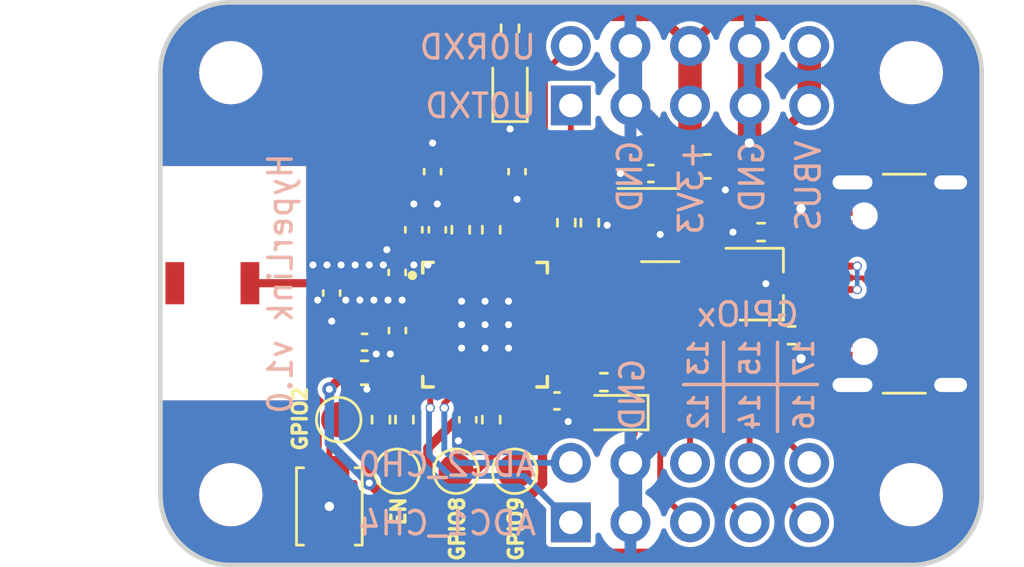
<source format=kicad_pcb>
(kicad_pcb (version 20221018) (generator pcbnew)
  (layers (0 "F.Cu" signal) (31 "B.Cu" signal) (34 "B.Paste" user) (35 "F.Paste" user) (36 "B.SilkS" user "B.Silkscreen") (37 "F.SilkS" user "F.Silkscreen") (38 "B.Mask" user) (39 "F.Mask" user) (44 "Edge.Cuts" user))
  (net 0 "")
  (net 1 "+3V3")
  (net 4 "VBUS")
  (net 5 "GND")
  (net 11 "/USB_D-")
  (net 12 "/USB_D+")
  (net 14 "/GPIO9")
  (net 15 "/GPIO2")
  (net 16 "/EN")
  (net 17 "/RF")
  (net 18 "/ANT")
  (net 19 "/GPIO8")
  (net 20 "/XTAL_P")
  (net 21 "/XTAL_N")
  (net 22 "/XTAL_P_RES")
  (net 23 "/VDD3P3")
  (net 24 "/U0RXD")
  (net 25 "/U0TXD")
  (net 26 "/GPIO12")
  (net 27 "/GPIO13")
  (net 28 "/GPIO14")
  (net 29 "/GPIO15")
  (net 30 "/GPIO16")
  (net 31 "/GPIO17")
  (net 32 "/ADC1_CH4")
  (net 33 "/ADC2_CH0")
  (net 34 "/U0TXD_RES")
  (net 35 "/CC1")
  (net 36 "/CC2")
  (net 38 "/LDO_EN")
  (net 39 "/STATUS_LED_RES")
  (net 40 "/POWER_LED_RES")
  (net 41 "/STATUS_LED")
  (footprint "Package_TO_SOT_SMD:SOT-23-5" (layer "F.Cu") (at 140.3 79.5)
    (fp_text reference "U3" hide)
    (fp_text value "MIC5504-3.3YM5" hide)
  )
  (footprint "Resistor_SMD:R_0402_1005Metric" (layer "F.Cu") (at 144.6 79.8 180)
    (fp_text reference "R7" hide)
    (fp_text value "5k1" hide)
  )
  (footprint "TestPoint:TestPoint_Pad_D1.5mm" (layer "F.Cu") (at 126.6 87.8)
    (fp_text reference "TP4" hide)
    (fp_text value "GPIO2" hide)
  )
  (footprint "MountingHole:MountingHole_2.2mm_M2" (layer "F.Cu") (at 122 73)
    (fp_text reference "H3" hide)
    (fp_text value "MountingHole" hide)
  )
  (footprint "Resistor_SMD:R_0402_1005Metric" (layer "F.Cu") (at 129.4 87.8 90)
    (fp_text reference "R4" hide)
    (fp_text value "10k" hide)
  )
  (footprint "Capacitor_SMD:C_0402_1005Metric" (layer "F.Cu") (at 135.9 87)
    (fp_text reference "C2" hide)
    (fp_text value "100n" hide)
  )
  (footprint "MountingHole:MountingHole_2.2mm_M2" (layer "F.Cu") (at 151 73)
    (fp_text reference "H2" hide)
    (fp_text value "MountingHole" hide)
  )
  (footprint "Resistor_SMD:R_0402_1005Metric" (layer "F.Cu") (at 145.9 84.2 180)
    (fp_text reference "R8" hide)
    (fp_text value "5k1" hide)
  )
  (footprint "Capacitor_SMD:C_0402_1005Metric" (layer "F.Cu") (at 130.6 77.22 90)
    (fp_text reference "C5" hide)
    (fp_text value "10pF" hide)
  )
  (footprint "Capacitor_SMD:C_0603_1608Metric" (layer "F.Cu") (at 142.3 77)
    (fp_text reference "C7" hide)
    (fp_text value "10u" hide)
  )
  (footprint "TestPoint:TestPoint_Pad_D1.5mm" (layer "F.Cu") (at 134.1 90)
    (fp_text reference "TP2" hide)
    (fp_text value "GPIO9" hide)
  )
  (footprint "Capacitor_SMD:C_0603_1608Metric" (layer "F.Cu") (at 127.7 85.8)
    (fp_text reference "C18" hide)
    (fp_text value "10u" hide)
  )
  (footprint "Capacitor_SMD:C_0402_1005Metric" (layer "F.Cu") (at 126.3 82.4 -90)
    (fp_text reference "C14" hide)
    (fp_text value "4p" hide)
  )
  (footprint "Capacitor_SMD:C_0402_1005Metric" (layer "F.Cu") (at 130.8 79.7 90)
    (fp_text reference "C4" hide)
    (fp_text value "1u" hide)
  )
  (footprint "Capacitor_SMD:C_0402_1005Metric" (layer "F.Cu") (at 129.09 81.52 90)
    (fp_text reference "C1" hide)
    (fp_text value "4.7p" hide)
  )
  (footprint "Inductor_SMD:L_0402_1005Metric" (layer "F.Cu") (at 127.7 81.95)
    (fp_text reference "L1" hide)
    (fp_text value "1.8nH" hide)
  )
  (footprint "Resistor_SMD:R_0402_1005Metric" (layer "F.Cu") (at 136.3 79.4 -90)
    (fp_text reference "R9" hide)
    (fp_text value "1k5" hide)
  )
  (footprint "Capacitor_SMD:C_0402_1005Metric" (layer "F.Cu") (at 134.2 77.22 -90)
    (fp_text reference "C6" hide)
    (fp_text value "10pF" hide)
  )
  (footprint "Inductor_SMD:L_0402_1005Metric" (layer "F.Cu") (at 127.7 83.5)
    (fp_text reference "L2" hide)
    (fp_text value "2n" hide)
  )
  (footprint "TestPoint:TestPoint_Pad_D1.5mm" (layer "F.Cu") (at 131.6 90)
    (fp_text reference "TP3" hide)
    (fp_text value "GPIO8" hide)
  )
  (footprint "Resistor_SMD:R_0402_1005Metric" (layer "F.Cu") (at 137.3 79.4 90)
    (fp_text reference "R10" hide)
    (fp_text value "10k" hide)
  )
  (footprint "Connector_USB:USB_C_Receptacle_GCT_USB4105-xx-A_16P_TopMnt_Horizontal" (layer "F.Cu") (at 151.6 82 90)
    (fp_text reference "J1" hide)
    (fp_text value "USB_C_Receptacle_USB2.0" hide)
  )
  (footprint "Capacitor_SMD:C_0402_1005Metric" (layer "F.Cu") (at 129.1 84 -90)
    (fp_text reference "C15" hide)
    (fp_text value "100n" hide)
  )
  (footprint "MountingHole:MountingHole_2.2mm_M2" (layer "F.Cu") (at 151 91)
    (fp_text reference "H1" hide)
    (fp_text value "MountingHole" hide)
  )
  (footprint "Connector_PinHeader_2.54mm:PinHeader_2x05_P2.54mm_Vertical" (layer "F.Cu") (at 136.49 92.18 90)
    (fp_text reference "J2" hide)
    (fp_text value "Conn_02x05_Odd_Even" hide)
  )
  (footprint "Connector_PinHeader_2.54mm:PinHeader_2x05_P2.54mm_Vertical" (layer "F.Cu") (at 136.49 74.4 90)
    (fp_text reference "J3" hide)
    (fp_text value "Conn_02x05_Odd_Even" hide)
  )
  (footprint "Resistor_SMD:R_0402_1005Metric" (layer "F.Cu") (at 137.9 86.2 180)
    (fp_text reference "R11" hide)
    (fp_text value "1k" hide)
  )
  (footprint "Capacitor_SMD:C_0402_1005Metric" (layer "F.Cu") (at 129.8 79.7 90)
    (fp_text reference "C3" hide)
    (fp_text value "10n" hide)
  )
  (footprint "Resistor_SMD:R_0402_1005Metric" (layer "F.Cu") (at 133.1 87.8 90)
    (fp_text reference "R2" hide)
    (fp_text value "10k" hide)
  )
  (footprint "Capacitor_SMD:C_0402_1005Metric" (layer "F.Cu") (at 139.9 77.3 180)
    (fp_text reference "C12" hide)
    (fp_text value "1u" hide)
  )
  (footprint "Resistor_SMD:R_0402_1005Metric" (layer "F.Cu") (at 128.4 87.8 90)
    (fp_text reference "R3" hide)
    (fp_text value "10k" hide)
  )
  (footprint "Resistor_SMD:R_0402_1005Metric" (layer "F.Cu") (at 131.8 79.7 -90)
    (fp_text reference "R6" hide)
    (fp_text value "0R" hide)
  )
  (footprint "Resistor_SMD:R_0402_1005Metric" (layer "F.Cu") (at 133.9 71.11 -90)
    (fp_text reference "R12" hide)
    (fp_text value "1k" hide)
  )
  (footprint "encyclopedia_galactica:ABM11W-30.0000MHZ-7-D1X-T3" (layer "F.Cu") (at 132.400001 77.4 180)
    (fp_text reference "Y1" hide)
    (fp_text value "ABM11W-40.0000MHZ-8-B1U-T3" hide)
  )
  (footprint "Capacitor_SMD:C_0402_1005Metric" (layer "F.Cu") (at 132.1 87.8 -90)
    (fp_text reference "C17" hide)
    (fp_text value "100n" hide)
  )
  (footprint "LED_SMD:LED_0603_1608Metric" (layer "F.Cu") (at 133.9 73.6 90)
    (fp_text reference "D2" hide)
    (fp_text value "LED" hide)
  )
  (footprint "MountingHole:MountingHole_2.2mm_M2" (layer "F.Cu") (at 122 91)
    (fp_text reference "H4" hide)
    (fp_text value "MountingHole" hide)
  )
  (footprint "Package_TO_SOT_SMD:TSOT-23" (layer "F.Cu") (at 144.6 82)
    (fp_text reference "U2" hide)
    (fp_text value "PESD2USB5UXT" hide)
  )
  (footprint "LED_SMD:LED_0603_1608Metric" (layer "F.Cu") (at 138.3 87.5 180)
    (fp_text reference "D1" hide)
    (fp_text value "LED" hide)
  )
  (footprint "encyclopedia_galactica:QFN32_5X5_EXP" (layer "F.Cu") (at 132.834851 83.7487)
    (fp_text reference "U1" hide)
    (fp_text value "ESP32-C3" hide)
  )
  (footprint "Capacitor_SMD:C_0402_1005Metric" (layer "F.Cu") (at 127.7 84.5)
    (fp_text reference "C16" hide)
    (fp_text value "100n" hide)
  )
  (footprint "TestPoint:TestPoint_Pad_D1.5mm" (layer "F.Cu") (at 129.1 90)
    (fp_text reference "TP1" hide)
    (fp_text value "EN" hide)
  )
  (footprint "Button_Switch_SMD:SW_SPST_B3U-1000P" (layer "F.Cu") (at 126.2 91.5 90)
    (fp_text reference "SW1" hide)
    (fp_text value "SW_Push" hide)
  )
  (footprint "encyclopedia_galactica:2108838-1" (layer "F.Cu") (at 118.715 81.98)
    (fp_text reference "AE1" hide)
    (fp_text value "2108838-1" hide)
  )
  (footprint "Resistor_SMD:R_0402_1005Metric" (layer "F.Cu") (at 133.1 79.7 -90)
    (fp_text reference "R5" hide)
    (fp_text value "500R" hide)
  )
  (gr_line (start 143 84.5) (end 143 88.3) (stroke (width 0.15)) (layer "B.SilkS"))
  (gr_line (start 145.3 84.5) (end 145.3 88.3) (stroke (width 0.15)) (layer "B.SilkS"))
  (gr_line (start 141.3 86.3) (end 147 86.3) (stroke (width 0.15)) (layer "B.SilkS"))
  (gr_line locked (start 122.000001 94) (end 151 94) (stroke (width 0.2)) (layer "Edge.Cuts"))
  (gr_arc locked (start 154.000002 91.000001) (mid 153.121322 93.121321) (end 151.000002 94.000001) (stroke (width 0.2)) (layer "Edge.Cuts"))
  (gr_line locked (start 119.000001 72.999999) (end 119 91) (stroke (width 0.2)) (layer "Edge.Cuts"))
  (gr_arc locked (start 151.000002 69.999999) (mid 153.121321 70.878679) (end 154.000002 72.999999) (stroke (width 0.2)) (layer "Edge.Cuts"))
  (gr_arc locked (start 122 94.000001) (mid 119.878673 93.121322) (end 119 91.000001) (stroke (width 0.2)) (layer "Edge.Cuts"))
  (gr_line locked (start 154.000003 73) (end 154.000002 91.000001) (stroke (width 0.2)) (layer "Edge.Cuts"))
  (gr_arc locked (start 119.000001 73) (mid 119.878674 70.878667) (end 122.000001 70) (stroke (width 0.2)) (layer "Edge.Cuts"))
  (gr_line locked (start 122.000001 70) (end 151 70) (stroke (width 0.2)) (layer "Edge.Cuts"))
  (gr_text "ADC1_CH4" (at 135.1 92.8) (layer "B.SilkS") (effects (font (size 1 1)) (justify left bottom mirror)))
  (gr_text "GND" (at 139.6 75.8 90) (layer "B.SilkS") (effects (font (size 1 1)) (justify left bottom mirror)))
  (gr_text "12" (at 142.4 86.6 90) (layer "B.SilkS") (effects (font (size 0.8 0.8)) (justify left bottom mirror)))
  (gr_text "GPIOx" (at 146.3 83.9) (layer "B.SilkS") (effects (font (size 1 1)) (justify left bottom mirror)))
  (gr_text "HyperLink v1.0" (at 124.7 76.35 90) (layer "B.SilkS") (effects (font (size 1 1)) (justify left bottom mirror)))
  (gr_text "17" (at 146.9 84.3 90) (layer "B.SilkS") (effects (font (size 0.8 0.8)) (justify left bottom mirror)))
  (gr_text "15" (at 144.6 84.3 90) (layer "B.SilkS") (effects (font (size 0.8 0.8)) (justify left bottom mirror)))
  (gr_text "13" (at 142.4 84.3 90) (layer "B.SilkS") (effects (font (size 0.8 0.8)) (justify left bottom mirror)))
  (gr_text "U0TXD" (at 135.1 75) (layer "B.SilkS") (effects (font (size 1 1)) (justify left bottom mirror)))
  (gr_text "16" (at 146.9 86.6 90) (layer "B.SilkS") (effects (font (size 0.8 0.8)) (justify left bottom mirror)))
  (gr_text "VBUS" (at 147.2 75.8 90) (layer "B.SilkS") (effects (font (size 1 1)) (justify left bottom mirror)))
  (gr_text "+3V3" (at 142.2 75.8 90) (layer "B.SilkS") (effects (font (size 1 1)) (justify left bottom mirror)))
  (gr_text "ADC2_CH0" (at 135.1 90.3) (layer "B.SilkS") (effects (font (size 1 1)) (justify left bottom mirror)))
  (gr_text "U0RXD" (at 135.1 72.5) (layer "B.SilkS") (effects (font (size 1 1)) (justify left bottom mirror)))
  (gr_text "GND" (at 139.7 85.1 90) (layer "B.SilkS") (effects (font (size 1 1)) (justify left bottom mirror)))
  (gr_text "14" (at 144.6 86.6 90) (layer "B.SilkS") (effects (font (size 0.8 0.8)) (justify left bottom mirror)))
  (gr_text "GND" (at 144.8 75.8 90) (layer "B.SilkS") (effects (font (size 1 1)) (justify left bottom mirror)))
  (gr_text "GPIO9" (at 134.5 93.9 90) (layer "F.SilkS") (effects (font (size 0.6 0.6)) (justify left bottom)))
  (gr_text "GPIO2" (at 125.3 89.2 90) (layer "F.SilkS") (effects (font (size 0.6 0.6)) (justify left bottom)))
  (gr_text "GPIO8" (at 132 93.9 90) (layer "F.SilkS") (effects (font (size 0.6 0.6)) (justify left bottom)))
  (gr_text "EN" (at 129.5 92.4 90) (layer "F.SilkS") (effects (font (size 0.6 0.6)) (justify left bottom)))
  (segment (start 132.11 87.32) (end 132.1 87.32) (width 0.4) (layer "F.Cu") (net 1))
  (segment (start 142.83 70.6) (end 147.325 70.6) (width 0.4) (layer "F.Cu") (net 1))
  (segment (start 132.08485 86.1974) (end 132.08485 87.30485) (width 0.4) (layer "F.Cu") (net 1))
  (segment (start 135.283551 90.516449) (end 133.878 91.922) (width 0.4) (layer "F.Cu") (net 1))
  (segment (start 126.9 85.8) (end 126.925 85.8) (width 0.4) (layer "F.Cu") (net 1))
  (segment (start 130.4 89.009562) (end 130.4 91.2) (width 0.4) (layer "F.Cu") (net 1))
  (segment (start 141.57 78.35) (end 141.4375 78.35) (width 1) (layer "F.Cu") (net 1))
  (segment (start 130.8 80.515149) (end 130.8 80.18) (width 0.4) (layer "F.Cu") (net 1))
  (segment (start 126.2 86.5) (end 126.9 85.8) (width 0.4) (layer "F.Cu") (net 1))
  (segment (start 127.22 84.5) (end 127.22 85.505) (width 0.4) (layer "F.Cu") (net 1))
  (segment (start 132.2 70.6) (end 128.963 73.837) (width 0.4) (layer "F.Cu") (net 1))
  (segment (start 141.57 74.4) (end 141.57 71.86) (width 1) (layer "F.Cu") (net 1))
  (segment (start 141.57 71.86) (end 140.31 70.6) (width 0.4) (layer "F.Cu") (net 1))
  (segment (start 141.57 74.4) (end 141.57 78.35) (width 1) (layer "F.Cu") (net 1))
  (segment (start 127.22 85.505) (end 126.925 85.8) (width 0.4) (layer "F.Cu") (net 1))
  (segment (start 147.325 70.6) (end 148.2 71.475) (width 0.4) (layer "F.Cu") (net 1))
  (segment (start 148.2 92.5) (end 147.2 93.5) (width 0.4) (layer "F.Cu") (net 1))
  (segment (start 135.283551 85.498699) (end 135.283551 90.516449) (width 0.4) (layer "F.Cu") (net 1))
  (segment (start 148.2 71.475) (end 148.2 75.2) (width 0.4) (layer "F.Cu") (net 1))
  (segment (start 131.084852 81.3) (end 131.1 81.3) (width 0.4) (layer "F.Cu") (net 1))
  (segment (start 127.9 90.5) (end 127.9 88.81) (width 0.4) (layer "F.Cu") (net 1))
  (segment (start 147.2 93.5) (end 135.456 93.5) (width 0.4) (layer "F.Cu") (net 1))
  (segment (start 127.9 90.5) (end 128.6 91.2) (width 0.4) (layer "F.Cu") (net 1))
  (segment (start 133.878 91.922) (end 133.156 91.2) (width 0.4) (layer "F.Cu") (net 1))
  (segment (start 141.57 71.86) (end 142.83 70.6) (width 0.4) (layer "F.Cu") (net 1))
  (segment (start 151.7 78.7) (end 151.7 85.3) (width 0.4) (layer "F.Cu") (net 1))
  (segment (start 128.963 73.837) (end 128.963 79.614471) (width 0.4) (layer "F.Cu") (net 1))
  (segment (start 131.1 81.3) (end 131.342425 81.057575) (width 0.4) (layer "F.Cu") (net 1))
  (segment (start 151.7 85.3) (end 148.2 88.8) (width 0.4) (layer "F.Cu") (net 1))
  (segment (start 128.6 91.2) (end 130.4 91.2) (width 0.4) (layer "F.Cu") (net 1))
  (segment (start 131.342425 81.057575) (end 130.8 80.515149) (width 0.4) (layer "F.Cu") (net 1))
  (segment (start 138.513288 76.5) (end 141.47 76.5) (width 0.4) (layer "F.Cu") (net 1))
  (segment (start 133.156 91.2) (end 130.4 91.2) (width 0.4) (layer "F.Cu") (net 1))
  (segment (start 130.8 80.18) (end 129.8 80.18) (width 0.4) (layer "F.Cu") (net 1))
  (segment (start 129.4 88.31) (end 128.4 88.31) (width 0.4) (layer "F.Cu") (net 1))
  (segment (start 136.3 78.713288) (end 138.513288 76.5) (width 0.4) (layer "F.Cu") (net 1))
  (segment (start 127.215 84.495) (end 127.22 84.5) (width 0.4) (layer "F.Cu") (net 1))
  (segment (start 133.1 88.31) (end 132.11 87.32) (width 0.4) (layer "F.Cu") (net 1))
  (segment (start 132.1 87.32) (end 132.089562 87.32) (width 0.4) (layer "F.Cu") (net 1))
  (segment (start 129.528529 80.18) (end 129.8 80.18) (width 0.4) (layer "F.Cu") (net 1))
  (segment (start 140.31 70.6) (end 132.2 70.6) (width 0.4) (layer "F.Cu") (net 1))
  (segment (start 136.3 78.89) (end 136.3 78.713288) (width 0.4) (layer "F.Cu") (net 1))
  (segment (start 135.456 93.5) (end 133.878 91.922) (width 0.4) (layer "F.Cu") (net 1))
  (segment (start 128.963 79.614471) (end 129.528529 80.18) (width 0.4) (layer "F.Cu") (net 1))
  (segment (start 127.9 88.81) (end 128.4 88.31) (width 0.4) (layer "F.Cu") (net 1))
  (segment (start 148.2 75.2) (end 151.7 78.7) (width 0.4) (layer "F.Cu") (net 1))
  (segment (start 148.2 88.8) (end 148.2 92.5) (width 0.4) (layer "F.Cu") (net 1))
  (segment (start 127.215 83.5) (end 127.215 84.495) (width 0.4) (layer "F.Cu") (net 1))
  (segment (start 131.584851 81.3) (end 131.342425 81.057575) (width 0.4) (layer "F.Cu") (net 1))
  (segment (start 132.089562 87.32) (end 130.4 89.009562) (width 0.4) (layer "F.Cu") (net 1))
  (segment (start 132.08485 87.30485) (end 132.1 87.32) (width 0.4) (layer "F.Cu") (net 1))
  (via (at 126.2 86.5) (size 0.6) (drill 0.3) (layers "F.Cu" "B.Cu") (net 1))
  (via (at 127.9 90.5) (size 0.6) (drill 0.3) (layers "F.Cu" "B.Cu") (net 1))
  (segment (start 127.9 90.5) (end 126.2 88.8) (width 0.4) (layer "B.Cu") (net 1))
  (segment (start 126.2 88.8) (end 126.2 86.5) (width 0.4) (layer "B.Cu") (net 1))
  (segment (start 147.92 84.4) (end 148.42434 84.4) (width 0.35) (layer "F.Cu") (net 4))
  (segment (start 149.597 80.77266) (end 148.42434 79.6) (width 0.35) (layer "F.Cu") (net 4))
  (segment (start 148.42434 84.4) (end 149.597 83.22734) (width 0.35) (layer "F.Cu") (net 4))
  (segment (start 145.452 75.598) (end 145.452 79.152) (width 0.4) (layer "F.Cu") (net 4))
  (segment (start 145.9 79.6) (end 145.452 79.152) (width 0.35) (layer "F.Cu") (net 4))
  (segment (start 140.132112 78.55) (end 139.1625 78.55) (width 0.35) (layer "F.Cu") (net 4))
  (segment (start 147.92 79.6) (end 145.9 79.6) (width 0.35) (layer "F.Cu") (net 4))
  (segment (start 149.597 83.22734) (end 149.597 80.77266) (width 0.35) (layer "F.Cu") (net 4))
  (segment (start 148.42434 79.6) (end 147.92 79.6) (width 0.35) (layer "F.Cu") (net 4))
  (segment (start 137.64 78.55) (end 139.1625 78.55) (width 0.25) (layer "F.Cu") (net 4))
  (segment (start 146.65 71.86) (end 146.65 74.4) (width 1) (layer "F.Cu") (net 4))
  (segment (start 137.3 78.89) (end 137.64 78.55) (width 0.25) (layer "F.Cu") (net 4))
  (segment (start 145.452 79.152) (end 140.734112 79.152) (width 0.35) (layer "F.Cu") (net 4))
  (segment (start 140.734112 79.152) (end 140.132112 78.55) (width 0.35) (layer "F.Cu") (net 4))
  (segment (start 140.38 77.3) (end 140.38 78.302112) (width 0.35) (layer "F.Cu") (net 4))
  (segment (start 140.38 78.302112) (end 140.132112 78.55) (width 0.35) (layer "F.Cu") (net 4))
  (segment (start 146.65 74.4) (end 145.452 75.598) (width 0.4) (layer "F.Cu") (net 4))
  (segment (start 147.92 78.8) (end 147.92 78.255) (width 0.4) (layer "F.Cu") (net 5))
  (segment (start 147.92 85.745) (end 148.495 86.32) (width 0.35) (layer "F.Cu") (net 5))
  (segment (start 147.92 85.2) (end 147.92 85.745) (width 0.35) (layer "F.Cu") (net 5))
  (segment (start 128.65 80.55) (end 129.09 80.99) (width 0.4) (layer "F.Cu") (net 5))
  (segment (start 133.9 74.3875) (end 133.9 75.4) (width 0.4) (layer "F.Cu") (net 5))
  (segment (start 139.42 77.3) (end 138.6 77.3) (width 0.4) (layer "F.Cu") (net 5))
  (segment (start 130.8 79.22) (end 130.8 78.6) (width 0.4) (layer "F.Cu") (net 5))
  (segment (start 129.09 80.99) (end 129.09 81.04) (width 0.4) (layer "F.Cu") (net 5))
  (segment (start 131.7 88.7) (end 132.1 88.3) (width 0.4) (layer "F.Cu") (net 5))
  (segment (start 128.2 84.52) (end 128.18 84.5) (width 0.4) (layer "F.Cu") (net 5))
  (segment (start 144.11 74.4) (end 144.11 71.86) (width 1) (layer "F.Cu") (net 5))
  (segment (start 131.590001 76.74) (end 131.763001 76.913) (width 0.2) (layer "F.Cu") (net 5))
  (segment (start 146.3 85.2) (end 147.92 85.2) (width 0.35) (layer "F.Cu") (net 5))
  (segment (start 145.91 82) (end 144.8 82) (width 0.4) (layer "F.Cu") (net 5))
  (segment (start 130.6 76.74) (end 131.590001 76.74) (width 0.2) (layer "F.Cu") (net 5))
  (segment (start 143.075 78) (end 143.075 77) (width 0.4) (layer "F.Cu") (net 5))
  (segment (start 145.39 84.29) (end 146.3 85.2) (width 0.4) (layer "F.Cu") (net 5))
  (segment (start 129.8 79.22) (end 129.8 78.6) (width 0.4) (layer "F.Cu") (net 5))
  (segment (start 126.2 93.2) (end 126.2 91.5) (width 0.4) (layer "F.Cu") (net 5))
  (segment (start 128.2 85) (end 128.2 84.52) (width 0.4) (layer "F.Cu") (net 5))
  (segment (start 143.4 79.8) (end 144.09 79.8) (width 0.4) (layer "F.Cu") (net 5))
  (segment (start 139.0875 87.5) (end 139.0875 89.5825) (width 0.4) (layer "F.Cu") (net 5))
  (segment (start 138.046557 79.5) (end 139.1625 79.5) (width 0.4) (layer "F.Cu") (net 5))
  (segment (start 146.3 78.8) (end 147.92 78.8) (width 0.4) (layer "F.Cu") (net 5))
  (segment (start 145.39 84.2) (end 145.39 84.29) (width 0.4) (layer "F.Cu") (net 5))
  (segment (start 133.224001 77.7) (end 133.037001 77.887) (width 0.2) (layer "F.Cu") (net 5))
  (segment (start 139.0875 89.5825) (end 139.03 89.64) (width 0.4) (layer "F.Cu") (net 5))
  (segment (start 139.9 79.5) (end 139.1625 79.5) (width 0.4) (layer "F.Cu") (net 5))
  (segment (start 128.475 85.825) (end 128.475 85.8) (width 0.4) (layer "F.Cu") (net 5))
  (segment (start 134.2 78.4) (end 134.2 77.7) (width 0.4) (layer "F.Cu") (net 5))
  (segment (start 140.3 79.9) (end 139.9 79.5) (width 0.4) (layer "F.Cu") (net 5))
  (segment (start 136.38 87.88) (end 136.38 87) (width 0.4) (layer "F.Cu") (net 5))
  (segment (start 130.6 76) (end 130.6 76.7) (width 0.4) (layer "F.Cu") (net 5))
  (segment (start 126.3 82.88) (end 126.3 83.6) (width 0.4) (layer "F.Cu") (net 5))
  (segment (start 127.8 86.5) (end 128.475 85.825) (width 0.4) (layer "F.Cu") (net 5))
  (segment (start 147.92 78.255) (end 148.495 77.68) (width 0.4) (layer "F.Cu") (net 5))
  (segment (start 134.2 77.7) (end 133.224001 77.7) (width 0.2) (layer "F.Cu") (net 5))
  (segment (start 138.040639 79.505918) (end 138.046557 79.5) (width 0.4) (layer "F.Cu") (net 5))
  (segment (start 144.11 74.4) (end 144.11 75.99) (width 1) (layer "F.Cu") (net 5))
  (segment (start 128.799503 85) (end 128.799503 84.780497) (width 0.4) (layer "F.Cu") (net 5))
  (segment (start 128.799503 84.780497) (end 129.1 84.48) (width 0.4) (layer "F.Cu") (net 5))
  (segment (start 132.1 88.3) (end 132.1 88.28) (width 0.4) (layer "F.Cu") (net 5))
  (segment (start 144.11 75.99) (end 144.1 76) (width 1) (layer "F.Cu") (net 5))
  (via (at 130.4 81.2) (size 0.4) (drill 0.3) (layers "F.Cu" "B.Cu") (net 5))
  (via (at 128.65 80.55) (size 0.4) (drill 0.3) (layers "F.Cu" "B.Cu") (net 5))
  (via (at 126.9 82.7) (size 0.4) (drill 0.3) (layers "F.Cu" "B.Cu") (net 5))
  (via (at 138.6 77.3) (size 0.6) (drill 0.3) (layers "F.Cu" "B.Cu") (net 5))
  (via (at 129.8 81.2) (size 0.4) (drill 0.3) (layers "F.Cu" "B.Cu") (net 5))
  (via (at 133.9 75.4) (size 0.6) (drill 0.3) (layers "F.Cu" "B.Cu") (net 5))
  (via (at 128.1 82.7) (size 0.4) (drill 0.3) (layers "F.Cu" "B.Cu") (net 5))
  (via (at 146.3 78.8) (size 0.9) (drill 0.4) (layers "F.Cu" "B.Cu") (net 5))
  (via (at 133.834851 84.7487) (size 0.4) (drill 0.3) (layers "F.Cu" "B.Cu") (net 5))
  (via (at 126.7 81.2) (size 0.4) (drill 0.3) (layers "F.Cu" "B.Cu") (net 5))
  (via (at 134.2 78.4) (size 0.4) (drill 0.3) (layers "F.Cu" "B.Cu") (net 5))
  (via (at 132.834851 83.7487) (size 0.4) (drill 0.3) (layers "F.Cu" "B.Cu") (net 5))
  (via (at 131.834851 84.7487) (size 0.4) (drill 0.3) (layers "F.Cu" "B.Cu") (net 5))
  (via (at 127.5 82.7) (size 0.4) (drill 0.3) (layers "F.Cu" "B.Cu") (net 5))
  (via (at 136.38 87.88) (size 0.6) (drill 0.3) (layers "F.Cu" "B.Cu") (net 5))
  (via (at 143.075 78) (size 0.6) (drill 0.3) (layers "F.Cu" "B.Cu") (net 5))
  (via (at 138.040639 79.505918) (size 0.6) (drill 0.3) (layers "F.Cu" "B.Cu") (net 5))
  (via (at 131.834851 83.7487) (size 0.4) (drill 0.3) (layers "F.Cu" "B.Cu") (net 5))
  (via (at 144.8 82) (size 0.6) (drill 0.3) (layers "F.Cu" "B.Cu") (net 5))
  (via (at 132.834851 82.7487) (size 0.4) (drill 0.3) (layers "F.Cu" "B.Cu") (net 5))
  (via (at 130.6 76) (size 0.4) (drill 0.3) (layers "F.Cu" "B.Cu") (net 5))
  (via (at 126.2 91.5) (size 0.9) (drill 0.4) (layers "F.Cu" "B.Cu") (net 5))
  (via (at 128.799503 85) (size 0.4) (drill 0.3) (layers "F.Cu" "B.Cu") (net 5))
  (via (at 143.4 79.8) (size 0.6) (drill 0.3) (layers "F.Cu" "B.Cu") (net 5))
  (via (at 133.834851 83.7487) (size 0.4) (drill 0.3) (layers "F.Cu" "B.Cu") (net 5))
  (via (at 131.834851 82.7487) (size 0.4) (drill 0.3) (layers "F.Cu" "B.Cu") (net 5))
  (via (at 127.3 81.2) (size 0.4) (drill 0.3) (layers "F.Cu" "B.Cu") (net 5))
  (via (at 128.7 82.7) (size 0.4) (drill 0.3) (layers "F.Cu" "B.Cu") (net 5))
  (via (at 129.8 78.6) (size 0.4) (drill 0.3) (layers "F.Cu" "B.Cu") (net 5))
  (via (at 132.834851 84.7487) (size 0.4) (drill 0.3) (layers "F.Cu" "B.Cu") (net 5))
  (via (at 126.3 83.6) (size 0.4) (drill 0.3) (layers "F.Cu" "B.Cu") (net 5))
  (via (at 130.8 78.6) (size 0.4) (drill 0.3) (layers "F.Cu" "B.Cu") (net 5))
  (via (at 146.3 85.2) (size 0.9) (drill 0.4) (layers "F.Cu" "B.Cu") (net 5))
  (via (at 125.7 82.7) (size 0.4) (drill 0.3) (layers "F.Cu" "B.Cu") (net 5))
  (via (at 140.3 79.9) (size 0.6) (drill 0.3) (layers "F.Cu" "B.Cu") (net 5))
  (via (at 128.2 85) (size 0.4) (drill 0.3) (layers "F.Cu" "B.Cu") (net 5))
  (via (at 129.3 82.7) (size 0.4) (drill 0.3) (layers "F.Cu" "B.Cu") (net 5))
  (via (at 126.099503 81.2) (size 0.4) (drill 0.3) (layers "F.Cu" "B.Cu") (net 5))
  (via (at 144.1 76) (size 0.9) (drill 0.4) (layers "F.Cu" "B.Cu") (net 5))
  (via (at 133.834851 82.7487) (size 0.4) (drill 0.3) (layers "F.Cu" "B.Cu") (net 5))
  (via (at 125.5 81.2) (size 0.4) (drill 0.3) (layers "F.Cu" "B.Cu") (net 5))
  (via (at 131.7 88.7) (size 0.4) (drill 0.3) (layers "F.Cu" "B.Cu") (net 5))
  (via (at 127.9 81.2) (size 0.4) (drill 0.3) (layers "F.Cu" "B.Cu") (net 5))
  (via (at 128.5 81.2) (size 0.4) (drill 0.3) (layers "F.Cu" "B.Cu") (net 5))
  (via (at 127.8 86.5) (size 0.6) (drill 0.3) (layers "F.Cu" "B.Cu") (net 5))
  (segment (start 143.43 78.8) (end 146.3 78.8) (width 1) (layer "B.Cu") (net 5))
  (segment (start 139.03 92.18) (end 139.03 89.64) (width 1) (layer "B.Cu") (net 5))
  (segment (start 139.03 74.4) (end 139.03 71.86) (width 1) (layer "B.Cu") (net 5))
  (segment (start 143.47 85.2) (end 139.03 89.64) (width 1) (layer "B.Cu") (net 5))
  (segment (start 139.03 74.4) (end 143.43 78.8) (width 1) (layer "B.Cu") (net 5))
  (segment (start 146.3 85.2) (end 143.47 85.2) (width 1) (layer "B.Cu") (net 5))
  (segment (start 151 84.099999) (end 150.9 83.999999) (width 0.4) (layer "B.Cu") (net 5))
  (segment (start 134.58485 81.01515) (end 134.58485 81.3) (width 0.25) (layer "F.Cu") (net 11))
  (segment (start 147.095 82.25) (end 146.768 82.577) (width 0.25) (layer "F.Cu") (net 11))
  (segment (start 134.723 80.877) (end 134.58485 81.01515) (width 0.25) (layer "F.Cu") (net 11))
  (segment (start 143.29 82.95) (end 143.29 82.187) (width 0.2) (layer "F.Cu") (net 11))
  (segment (start 147.92 82.25) (end 147.095 82.25) (width 0.25) (layer "F.Cu") (net 11))
  (segment (start 144.177 82.177) (end 138.500684 82.177) (width 0.25) (layer "F.Cu") (net 11))
  (segment (start 146.768 82.577) (end 144.577 82.577) (width 0.25) (layer "F.Cu") (net 11))
  (segment (start 148.695 81.25) (end 147.92 81.25) (width 0.25) (layer "F.Cu") (net 11))
  (segment (start 137.200684 80.877) (end 134.723 80.877) (width 0.25) (layer "F.Cu") (net 11))
  (segment (start 138.500684 82.177) (end 137.200684 80.877) (width 0.25) (layer "F.Cu") (net 11))
  (segment (start 144.577 82.577) (end 144.177 82.177) (width 0.25) (layer "F.Cu") (net 11))
  (segment (start 148.695 82.25) (end 147.92 82.25) (width 0.25) (layer "F.Cu") (net 11))
  (via (at 148.695 81.25) (size 0.4) (drill 0.3) (layers "F.Cu" "B.Cu") (net 11))
  (via (at 148.695 82.25) (size 0.4) (drill 0.3) (layers "F.Cu" "B.Cu") (net 11))
  (segment (start 148.695 82.25) (end 148.695 81.25) (width 0.2) (layer "B.Cu") (net 11))
  (segment (start 149.195 82.02) (end 149.195 82.52) (width 0.2) (layer "F.Cu") (net 12))
  (segment (start 147.92 81.75) (end 147.095 81.75) (width 0.25) (layer "F.Cu") (net 12))
  (segment (start 147.92 81.75) (end 147.872999 81.797001) (width 0.2) (layer "F.Cu") (net 12))
  (segment (start 148.965 82.75) (end 147.92 82.75) (width 0.2) (layer "F.Cu") (net 12))
  (segment (start 148.925 81.75) (end 149.195 82.02) (width 0.2) (layer "F.Cu") (net 12))
  (segment (start 144.2 81.8) (end 138.656842 81.8) (width 0.25) (layer "F.Cu") (net 12))
  (segment (start 134.084851 80.915149) (end 134.084851 81.3) (width 0.25) (layer "F.Cu") (net 12))
  (segment (start 147.92 81.75) (end 148.925 81.75) (width 0.2) (layer "F.Cu") (net 12))
  (segment (start 144.577 81.423) (end 144.2 81.8) (width 0.25) (layer "F.Cu") (net 12))
  (segment (start 147.095 81.75) (end 146.768 81.423) (width 0.25) (layer "F.Cu") (net 12))
  (segment (start 134.5 80.5) (end 134.084851 80.915149) (width 0.25) (layer "F.Cu") (net 12))
  (segment (start 146.768 81.423) (end 144.577 81.423) (width 0.25) (layer "F.Cu") (net 12))
  (segment (start 136.3 79.91) (end 136.3 80.5) (width 0.25) (layer "F.Cu") (net 12))
  (segment (start 137.356842 80.5) (end 136.3 80.5) (width 0.25) (layer "F.Cu") (net 12))
  (segment (start 136.3 80.5) (end 134.5 80.5) (width 0.25) (layer "F.Cu") (net 12))
  (segment (start 138.656842 81.8) (end 137.356842 80.5) (width 0.25) (layer "F.Cu") (net 12))
  (segment (start 149.195 82.52) (end 148.965 82.75) (width 0.2) (layer "F.Cu") (net 12))
  (segment (start 143.29 81.05) (end 143.29 81.79) (width 0.2) (layer "F.Cu") (net 12))
  (segment (start 134.084851 86.1974) (end 134.084851 87.351692) (width 0.25) (layer "F.Cu") (net 14))
  (segment (start 134.177 87.443841) (end 134.177 89.923) (width 0.25) (layer "F.Cu") (net 14))
  (segment (start 134.177 89.923) (end 134.1 90) (width 0.25) (layer "F.Cu") (net 14))
  (segment (start 134.084851 87.351692) (end 134.177 87.443841) (width 0.25) (layer "F.Cu") (net 14))
  (segment (start 126.2 88.2) (end 126.6 87.8) (width 0.25) (layer "F.Cu") (net 15))
  (segment (start 127.11 87.29) (end 126.6 87.8) (width 0.25) (layer "F.Cu") (net 15))
  (segment (start 128.4 87.29) (end 127.11 87.29) (width 0.25) (layer "F.Cu") (net 15))
  (segment (start 129.323 86.367) (end 128.4 87.29) (width 0.2) (layer "F.Cu") (net 15))
  (segment (start 126.2 89.8) (end 126.2 88.2) (width 0.25) (layer "F.Cu") (net 15))
  (segment (start 129.323 85.190703) (end 129.323 86.367) (width 0.2) (layer "F.Cu") (net 15))
  (segment (start 130.386151 84.498701) (end 130.015002 84.498701) (width 0.2) (layer "F.Cu") (net 15))
  (segment (start 130.015002 84.498701) (end 129.323 85.190703) (width 0.2) (layer "F.Cu") (net 15))
  (segment (start 129.947 89.153) (end 129.1 90) (width 0.2) (layer "F.Cu") (net 16))
  (segment (start 129.947 87.747) (end 129.947 89.153) (width 0.2) (layer "F.Cu") (net 16))
  (segment (start 129.977451 84.9987) (end 129.65 85.326151) (width 0.2) (layer "F.Cu") (net 16))
  (segment (start 130.386151 84.9987) (end 129.977451 84.9987) (width 0.2) (layer "F.Cu") (net 16))
  (segment (start 129.65 87.45) (end 129.947 87.747) (width 0.2) (layer "F.Cu") (net 16))
  (segment (start 129.65 85.326151) (end 129.65 87.45) (width 0.2) (layer "F.Cu") (net 16))
  (segment (start 127.185 81.98) (end 122.815 81.98) (width 0.35) (layer "F.Cu") (net 17))
  (segment (start 127.215 81.95) (end 127.185 81.98) (width 0.35) (layer "F.Cu") (net 17))
  (segment (start 128.2317 81.9967) (end 130.386151 81.9967) (width 0.35) (layer "F.Cu") (net 18))
  (segment (start 128.185 81.95) (end 128.2317 81.9967) (width 0.35) (layer "F.Cu") (net 18))
  (segment (start 133.584852 87.384852) (end 133.584852 86.1974) (width 0.25) (layer "F.Cu") (net 19))
  (segment (start 133.8 88.7) (end 133.8 87.6) (width 0.25) (layer "F.Cu") (net 19))
  (segment (start 133.1 87.29) (end 133.49 87.29) (width 0.25) (layer "F.Cu") (net 19))
  (segment (start 131.6 90) (end 132.5 90) (width 0.25) (layer "F.Cu") (net 19))
  (segment (start 133.49 87.29) (end 133.584852 87.384852) (width 0.25) (layer "F.Cu") (net 19))
  (segment (start 132.5 90) (end 133.8 88.7) (width 0.25) (layer "F.Cu") (net 19))
  (segment (start 133.8 87.6) (end 133.584852 87.384852) (width 0.25) (layer "F.Cu") (net 19))
  (segment (start 131.8 79.19) (end 131.8 77.923999) (width 0.2) (layer "F.Cu") (net 20))
  (segment (start 130.6 77.7) (end 131.576001 77.7) (width 0.2) (layer "F.Cu") (net 20))
  (segment (start 131.576001 77.7) (end 131.763001 77.887) (width 0.2) (layer "F.Cu") (net 20))
  (segment (start 131.8 77.923999) (end 131.763001 77.887) (width 0.2) (layer "F.Cu") (net 20))
  (segment (start 134.2 76.74) (end 133.210001 76.74) (width 0.2) (layer "F.Cu") (net 21))
  (segment (start 132.578 78.578) (end 132.4 78.4) (width 0.15) (layer "F.Cu") (net 21))
  (segment (start 133.210001 76.74) (end 133.037001 76.913) (width 0.2) (layer "F.Cu") (net 21))
  (segment (start 132.4 77.349001) (end 132.836001 76.913) (width 0.15) (layer "F.Cu") (net 21))
  (segment (start 132.836001 76.913) (end 133.037001 76.913) (width 0.15) (layer "F.Cu") (net 21))
  (segment (start 132.4 78.4) (end 132.4 77.349001) (width 0.15) (layer "F.Cu") (net 21))
  (segment (start 132.584851 81.3) (end 132.578 81.293149) (width 0.15) (layer "F.Cu") (net 21))
  (segment (start 132.578 81.293149) (end 132.578 78.578) (width 0.15) (layer "F.Cu") (net 21))
  (segment (start 132.08485 80.69485) (end 131.6 80.21) (width 0.25) (layer "F.Cu") (net 22))
  (segment (start 132.08485 81.3) (end 132.08485 80.69485) (width 0.25) (layer "F.Cu") (net 22))
  (segment (start 128.185 83.5) (end 129.08 83.5) (width 0.4) (layer "F.Cu") (net 23))
  (segment (start 129.898699 82.998699) (end 129.892425 82.992425) (width 0.4) (layer "F.Cu") (net 23))
  (segment (start 130.386151 82.4987) (end 129.892425 82.992425) (width 0.4) (layer "F.Cu") (net 23))
  (segment (start 130.386151 82.998699) (end 129.898699 82.998699) (width 0.4) (layer "F.Cu") (net 23))
  (segment (start 129.08 83.5) (end 129.1 83.52) (width 0.4) (layer "F.Cu") (net 23))
  (segment (start 129.364851 83.52) (end 129.1 83.52) (width 0.4) (layer "F.Cu") (net 23))
  (segment (start 129.892425 82.992425) (end 129.364851 83.52) (width 0.4) (layer "F.Cu") (net 23))
  (segment (start 133.584852 80.615148) (end 136.49 77.71) (width 0.25) (layer "F.Cu") (net 24))
  (segment (start 133.584852 81.3) (end 133.584852 80.615148) (width 0.25) (layer "F.Cu") (net 24))
  (segment (start 136.49 77.71) (end 136.49 74.4) (width 0.25) (layer "F.Cu") (net 24))
  (segment (start 135.388 78.012) (end 135.388 72.962) (width 0.25) (layer "F.Cu") (net 25))
  (segment (start 135.388 72.962) (end 136.49 71.86) (width 0.25) (layer "F.Cu") (net 25))
  (segment (start 134.21 79.19) (end 135.388 78.012) (width 0.25) (layer "F.Cu") (net 25))
  (segment (start 133.1 79.19) (end 134.21 79.19) (width 0.25) (layer "F.Cu") (net 25))
  (segment (start 140.3 90.91) (end 141.57 92.18) (width 0.25) (layer "F.Cu") (net 26))
  (segment (start 140.3 87.175264) (end 140.3 90.91) (width 0.25) (layer "F.Cu") (net 26))
  (segment (start 135.283551 84.498701) (end 137.623437 84.498701) (width 0.25) (layer "F.Cu") (net 26))
  (segment (start 137.623437 84.498701) (end 140.3 87.175264) (width 0.25) (layer "F.Cu") (net 26))
  (segment (start 141.57 87.912106) (end 141.57 89.64) (width 0.25) (layer "F.Cu") (net 27))
  (segment (start 135.283551 83.9987) (end 137.656594 83.9987) (width 0.25) (layer "F.Cu") (net 27))
  (segment (start 137.656594 83.9987) (end 141.57 87.912106) (width 0.25) (layer "F.Cu") (net 27))
  (segment (start 142.022052 87.831) (end 142.231 87.831) (width 0.25) (layer "F.Cu") (net 28))
  (segment (start 142.231 87.831) (end 142.9 88.5) (width 0.25) (layer "F.Cu") (net 28))
  (segment (start 142.9 90.97) (end 144.11 92.18) (width 0.25) (layer "F.Cu") (net 28))
  (segment (start 135.283551 83.4987) (end 137.689752 83.4987) (width 0.25) (layer "F.Cu") (net 28))
  (segment (start 142.9 88.5) (end 142.9 90.97) (width 0.25) (layer "F.Cu") (net 28))
  (segment (start 137.689752 83.4987) (end 142.022052 87.831) (width 0.25) (layer "F.Cu") (net 28))
  (segment (start 144.11 88.243158) (end 144.11 89.64) (width 0.25) (layer "F.Cu") (net 29))
  (segment (start 137.722909 82.998699) (end 142.17821 87.454) (width 0.25) (layer "F.Cu") (net 29))
  (segment (start 143.320842 87.454) (end 144.11 88.243158) (width 0.25) (layer "F.Cu") (net 29))
  (segment (start 135.283551 82.998699) (end 137.722909 82.998699) (width 0.25) (layer "F.Cu") (net 29))
  (segment (start 142.17821 87.454) (end 143.320842 87.454) (width 0.25) (layer "F.Cu") (net 29))
  (segment (start 145.4 90.93) (end 146.65 92.18) (width 0.25) (layer "F.Cu") (net 30))
  (segment (start 143.477 87.077) (end 145.4 89) (width 0.25) (layer "F.Cu") (net 30))
  (segment (start 145.4 89) (end 145.4 90.93) (width 0.25) (layer "F.Cu") (net 30))
  (segment (start 137.756068 82.4987) (end 142.334368 87.077) (width 0.25) (layer "F.Cu") (net 30))
  (segment (start 135.283551 82.4987) (end 137.756068 82.4987) (width 0.25) (layer "F.Cu") (net 30))
  (segment (start 142.334368 87.077) (end 143.477 87.077) (width 0.25) (layer "F.Cu") (net 30))
  (segment (start 142.490526 86.7) (end 143.71 86.7) (width 0.25) (layer "F.Cu") (net 31))
  (segment (start 135.283551 81.998701) (end 137.789227 81.998701) (width 0.25) (layer "F.Cu") (net 31))
  (segment (start 143.71 86.7) (end 146.65 89.64) (width 0.25) (layer "F.Cu") (net 31))
  (segment (start 137.789227 81.998701) (end 142.490526 86.7) (width 0.25) (layer "F.Cu") (net 31))
  (segment (start 130.5 87.3) (end 130.5 86.782252) (width 0.25) (layer "F.Cu") (net 32))
  (segment (start 130.5 86.782252) (end 131.084852 86.1974) (width 0.25) (layer "F.Cu") (net 32))
  (via (at 130.5 87.3) (size 0.4) (drill 0.3) (layers "F.Cu" "B.Cu") (net 32))
  (segment (start 130.448 89.298) (end 131.35 90.2) (width 0.25) (layer "B.Cu") (net 32))
  (segment (start 130.448 87.352) (end 130.448 89.298) (width 0.25) (layer "B.Cu") (net 32))
  (segment (start 130.5 87.3) (end 130.448 87.352) (width 0.25) (layer "B.Cu") (net 32))
  (segment (start 134.51 90.2) (end 136.49 92.18) (width 0.25) (layer "B.Cu") (net 32))
  (segment (start 131.35 90.2) (end 134.51 90.2) (width 0.25) (layer "B.Cu") (net 32))
  (segment (start 131.099503 87.3) (end 131.099503 87.100248) (width 0.25) (layer "F.Cu") (net 33))
  (segment (start 131.099503 87.100248) (end 131.584851 86.6149) (width 0.25) (layer "F.Cu") (net 33))
  (segment (start 131.584851 86.6149) (end 131.584851 86.1974) (width 0.25) (layer "F.Cu") (net 33))
  (via (at 131.099503 87.3) (size 0.4) (drill 0.3) (layers "F.Cu" "B.Cu") (net 33))
  (segment (start 131.099503 87.3) (end 131.099503 89.099503) (width 0.25) (layer "B.Cu") (net 33))
  (segment (start 131.64 89.64) (end 136.49 89.64) (width 0.25) (layer "B.Cu") (net 33))
  (segment (start 131.099503 89.099503) (end 131.64 89.64) (width 0.25) (layer "B.Cu") (net 33))
  (segment (start 133.084851 81.3) (end 133.084851 80.365149) (width 0.25) (layer "F.Cu") (net 34))
  (segment (start 147.095 83.25) (end 146.41 83.935) (width 0.25) (layer "F.Cu") (net 35))
  (segment (start 147.92 83.25) (end 147.095 83.25) (width 0.25) (layer "F.Cu") (net 35))
  (segment (start 146.41 83.935) (end 146.41 84.2) (width 0.25) (layer "F.Cu") (net 35))
  (segment (start 145.56 80.25) (end 147.92 80.25) (width 0.25) (layer "F.Cu") (net 36))
  (segment (start 145.11 79.8) (end 145.56 80.25) (width 0.25) (layer "F.Cu") (net 36))
  (segment (start 137.84 80.45) (end 139.1625 80.45) (width 0.25) (layer "F.Cu") (net 38))
  (segment (start 137.3 79.91) (end 137.84 80.45) (width 0.25) (layer "F.Cu") (net 38))
  (segment (start 137.39 87.3775) (end 137.5125 87.5) (width 0.25) (layer "F.Cu") (net 39))
  (segment (start 137.39 86.2) (end 137.39 87.3775) (width 0.25) (layer "F.Cu") (net 39))
  (segment (start 133.9 71.62) (end 133.9 72.8125) (width 0.25) (layer "F.Cu") (net 40))
  (segment (start 135.283551 84.9987) (end 137.2087 84.9987) (width 0.25) (layer "F.Cu") (net 41))
  (segment (start 137.2087 84.9987) (end 138.41 86.2) (width 0.25) (layer "F.Cu") (net 41))
  (zone locked (net 5) (net_name "GND") (layer "F.Cu") (priority 2) (connect_pads (clearance 0.2)) (min_thickness 0.25) (fill yes (thermal_gap 0.5) (thermal_bridge_width 0.5))
    (polygon (pts (xy 119 76.98) (xy 119 70) (xy 154 70) (xy 154 94) (xy 119 94) (xy 119 86.98) (xy 125.215 86.98) (xy 125.215 76.98)))
  )
  (zone (net 5) (net_name "GND") (layer "B.Cu") (connect_pads (clearance 0.2)) (min_thickness 0.25) (fill yes (thermal_gap 0.5) (thermal_bridge_width 0.5))
    (polygon (pts (xy 119 70) (xy 154 70) (xy 154 94) (xy 119 94)))
  )
)
</source>
